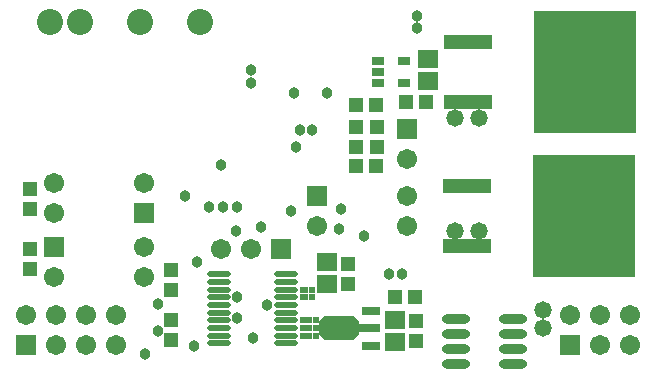
<source format=gts>
%FSDAX24Y24*%
%MOIN*%
%SFA1B1*%

%IPPOS*%
%AMD43*
4,1,8,0.067000,-0.020700,0.067000,0.020700,0.046300,0.041400,-0.046300,0.041400,-0.067000,0.020700,-0.067000,-0.020700,-0.046300,-0.041400,0.046300,-0.041400,0.067000,-0.020700,0.0*
%
%ADD29R,0.019510X0.022040*%
%ADD30R,0.019390X0.021750*%
%ADD31R,0.028420X0.021750*%
%ADD32R,0.023680X0.021750*%
%ADD33R,0.039340X0.021870*%
%ADD34R,0.039150X0.021870*%
%ADD35R,0.039270X0.021870*%
%ADD36O,0.094610X0.031620*%
%ADD37R,0.051310X0.047370*%
%ADD38R,0.047370X0.051310*%
%ADD39R,0.159580X0.045400*%
%ADD40R,0.338710X0.405640*%
%ADD41R,0.063120X0.031620*%
%ADD42R,0.078870X0.031620*%
G04~CAMADD=43~4~0.0~0.0~828.0~1339.8~0.0~207.0~0~0.0~0.0~0.0~0.0~0~0.0~0.0~0.0~0.0~0~0.0~0.0~0.0~270.0~1340.0~828.0*
%ADD43D43*%
%ADD44R,0.043310X0.027560*%
%ADD45O,0.078870X0.021780*%
%ADD46R,0.067060X0.059180*%
%ADD47R,0.067060X0.067060*%
%ADD48C,0.067060*%
%ADD49C,0.086740*%
%ADD50R,0.067060X0.067060*%
%ADD51C,0.038000*%
%ADD52C,0.058000*%
%LNde-180824-1*%
%LPD*%
G54D29*
X010299Y002784D03*
G54D30*
X010299Y003038D03*
G54D31*
X010028Y003038D03*
X010026Y002783D03*
G54D32*
X010427Y002013D03*
X010428Y001756D03*
Y001500D03*
G54D33*
X010082Y002015D03*
G54D34*
X010082Y001760D03*
G54D35*
X010081Y001501D03*
G54D36*
X015100Y002050D03*
Y001550D03*
Y001050D03*
Y000550D03*
X016989Y002050D03*
Y001550D03*
Y001050D03*
Y000550D03*
G54D37*
X013734Y002800D03*
X013065D03*
X013415Y009300D03*
X014084D03*
X011765Y007150D03*
X012434D03*
X011765Y009200D03*
X012434D03*
G54D38*
X005600Y003015D03*
Y003684D03*
Y001365D03*
Y002034D03*
X000900Y005715D03*
Y006384D03*
Y004384D03*
Y003715D03*
X013750Y001315D03*
Y001984D03*
X011750Y007780D03*
Y008450D03*
X012450Y007780D03*
Y008450D03*
X011500Y003215D03*
Y003884D03*
G54D39*
X015450Y006500D03*
Y004500D03*
X015482Y011300D03*
Y009300D03*
G54D40*
X019367Y005500D03*
X019400Y010300D03*
G54D41*
X012248Y001159D03*
Y002340D03*
G54D42*
X012169Y001750D03*
G54D43*
X011185Y001750D03*
G54D44*
X013366Y010674D03*
Y009925D03*
X012500Y010673D03*
Y009926D03*
Y010300D03*
G54D45*
X009422Y001248D03*
Y001504D03*
Y001760D03*
Y002016D03*
Y002272D03*
Y002528D03*
Y002783D03*
Y003039D03*
Y003295D03*
Y003551D03*
X007178Y001248D03*
Y001504D03*
Y001760D03*
Y002016D03*
Y002272D03*
Y002528D03*
Y002783D03*
Y003039D03*
Y003295D03*
Y003551D03*
G54D46*
X014150Y010724D03*
Y009976D03*
X013050Y001276D03*
Y002024D03*
X010800Y003226D03*
Y003974D03*
G54D47*
X010450Y006150D03*
X000750Y001200D03*
X018900D03*
X004700Y005600D03*
X001700Y004450D03*
X009250Y004400D03*
G54D48*
X010450Y005150D03*
X013450Y006150D03*
Y005150D03*
X000750Y002200D03*
X001750Y001200D03*
Y002200D03*
X002750Y001200D03*
Y002200D03*
X003750Y001200D03*
Y002200D03*
X018900D03*
X019900Y001200D03*
Y002200D03*
X020900Y001200D03*
Y002200D03*
X001700Y006600D03*
Y005600D03*
X004700Y006600D03*
Y003450D03*
Y004450D03*
X001700Y003450D03*
X008250Y004400D03*
X007250D03*
X013450Y007400D03*
G54D49*
X001550Y011950D03*
X002550D03*
X004550D03*
X006550D03*
G54D50*
X013450Y008400D03*
G54D51*
X006350Y001150D03*
X009903Y008353D03*
X011200Y005050D03*
X011261Y005711D03*
X013779Y011749D03*
X013783Y012149D03*
X012850Y003550D03*
X013283Y003566D03*
X008250Y009935D03*
X006050Y006150D03*
X007250Y007200D03*
X009700Y009600D03*
X010800D03*
X006452Y003959D03*
X008333Y001416D03*
X005150Y001650D03*
Y002550D03*
X004742Y000892D03*
X008789Y002526D03*
X008602Y005123D03*
X007799Y002783D03*
X007800Y002100D03*
X007325Y005800D03*
X007800D03*
X006850D03*
X012037Y004837D03*
X009600Y005650D03*
X010300Y008350D03*
X008250Y010350D03*
X007750Y005000D03*
X009750Y007800D03*
G54D52*
X018000Y002350D03*
Y001750D03*
X015850Y005000D03*
X015050D03*
Y008750D03*
X015850D03*
X020600Y006850D03*
Y005950D03*
Y005050D03*
Y004150D03*
X019750D03*
Y005050D03*
Y005950D03*
Y006850D03*
X018750Y011700D03*
Y010800D03*
Y009900D03*
Y009000D03*
X019600Y011700D03*
Y010800D03*
Y009900D03*
Y009000D03*
X020450D03*
Y009900D03*
Y010800D03*
Y011700D03*
M02*
</source>
